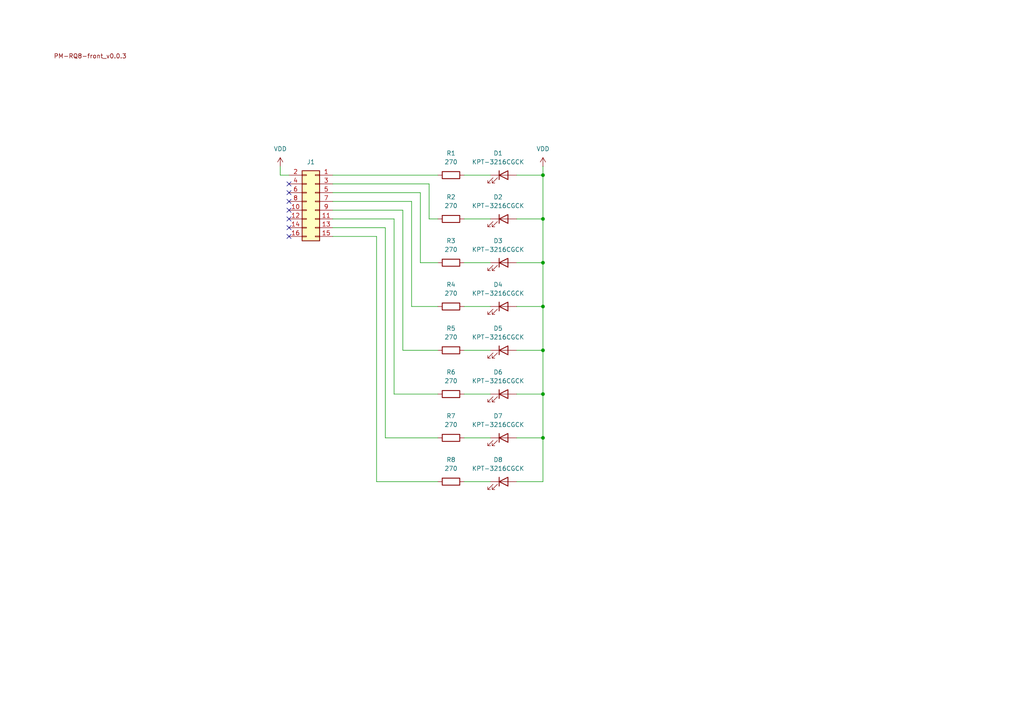
<source format=kicad_sch>
(kicad_sch (version 20231120) (generator "eeschema") (generator_version "8.0")
  (paper "A4")
  (title_block (title "Модуль PM-RQ8-front"))
  (lib_symbols
    (symbol "kicad_inventree_lib:Kingbright_KPT-3216CGCK" (pin_numbers hide) (pin_names (offset 1.016) hide)
      (property "Reference" "D" (at 0 2.54 0))
      (property "Value" "KPT-3216CGCK" (at 0 -2.54 0))
      (symbol "Kingbright_KPT-3216CGCK_0_1"
        (polyline (pts (xy -1.27 -1.27) (xy -1.27 1.27)) (stroke (width 0.254)))
        (polyline (pts (xy -1.27 0) (xy 1.27 0)))
        (polyline (pts (xy 1.27 -1.27) (xy 1.27 1.27) (xy -1.27 0) (xy 1.27 -1.27)) (stroke (width 0.254)))
        (polyline (pts (xy -3.048 -0.762) (xy -4.572 -2.286) (xy -3.81 -2.286) (xy -4.572 -2.286) (xy -4.572 -1.524)))
        (polyline (pts (xy -1.778 -0.762) (xy -3.302 -2.286) (xy -2.54 -2.286) (xy -3.302 -2.286) (xy -3.302 -1.524)))
      )
      (symbol "Kingbright_KPT-3216CGCK_1_1"
        (pin passive line (at -3.81 0 0) (length 2.54) (name "K") (number "1"))
        (pin passive line (at 3.81 0 180) (length 2.54) (name "A") (number "2"))
      )
    )
    (symbol "kicad_inventree_lib:PCB_PM-RQ8-front_v0.0.3" (on_board no)
      (symbol "PCB_PM-RQ8-front_v0.0.3_1_1"
        (text "PM-RQ8-front_v0.0.3" (at -0.508 -2.286 0) (effects (font (size 1.27 1.27))))
      )
    )
    (symbol "kicad_inventree_lib:PinHeader P2.54 02x08 SMD Straight" (pin_names (offset 1.016) hide)
      (property "Reference" "J" (at 1.27 10.16 0))
      (property "Value" "PinHeader P2.54 02x08 SMD Straight" (at 1.27 -12.7 0))
      (property "part_ipn" "PinHeader P2.54 02x08 SMD Straight" (at 0 0 0))
      (symbol "PinHeader P2.54 02x08 SMD Straight_1_1"
        (rectangle (start -1.27 -10.033) (end 0 -10.287) (stroke (width 0.1524)))
        (rectangle (start -1.27 -7.493) (end 0 -7.747) (stroke (width 0.1524)))
        (rectangle (start -1.27 -4.953) (end 0 -5.207) (stroke (width 0.1524)))
        (rectangle (start -1.27 -2.413) (end 0 -2.667) (stroke (width 0.1524)))
        (rectangle (start -1.27 0.127) (end 0 -0.127) (stroke (width 0.1524)))
        (rectangle (start -1.27 2.667) (end 0 2.413) (stroke (width 0.1524)))
        (rectangle (start -1.27 5.207) (end 0 4.953) (stroke (width 0.1524)))
        (rectangle (start -1.27 7.747) (end 0 7.493) (stroke (width 0.1524)))
        (rectangle (start -1.27 8.89) (end 3.81 -11.43) (stroke (width 0.254)) (fill (type background)))
        (rectangle (start 3.81 -10.033) (end 2.54 -10.287) (stroke (width 0.1524)))
        (rectangle (start 3.81 -7.493) (end 2.54 -7.747) (stroke (width 0.1524)))
        (rectangle (start 3.81 -4.953) (end 2.54 -5.207) (stroke (width 0.1524)))
        (rectangle (start 3.81 -2.413) (end 2.54 -2.667) (stroke (width 0.1524)))
        (rectangle (start 3.81 0.127) (end 2.54 -0.127) (stroke (width 0.1524)))
        (rectangle (start 3.81 2.667) (end 2.54 2.413) (stroke (width 0.1524)))
        (rectangle (start 3.81 5.207) (end 2.54 4.953) (stroke (width 0.1524)))
        (rectangle (start 3.81 7.747) (end 2.54 7.493) (stroke (width 0.1524)))
        (pin passive line (at -5.08 7.62 0) (length 3.81) (name "Pin_1") (number "1"))
        (pin passive line (at 7.62 -2.54 180) (length 3.81) (name "Pin_10") (number "10"))
        (pin passive line (at -5.08 -5.08 0) (length 3.81) (name "Pin_11") (number "11"))
        (pin passive line (at 7.62 -5.08 180) (length 3.81) (name "Pin_12") (number "12"))
        (pin passive line (at -5.08 -7.62 0) (length 3.81) (name "Pin_13") (number "13"))
        (pin passive line (at 7.62 -7.62 180) (length 3.81) (name "Pin_14") (number "14"))
        (pin passive line (at -5.08 -10.16 0) (length 3.81) (name "Pin_15") (number "15"))
        (pin passive line (at 7.62 -10.16 180) (length 3.81) (name "Pin_16") (number "16"))
        (pin passive line (at 7.62 7.62 180) (length 3.81) (name "Pin_2") (number "2"))
        (pin passive line (at -5.08 5.08 0) (length 3.81) (name "Pin_3") (number "3"))
        (pin passive line (at 7.62 5.08 180) (length 3.81) (name "Pin_4") (number "4"))
        (pin passive line (at -5.08 2.54 0) (length 3.81) (name "Pin_5") (number "5"))
        (pin passive line (at 7.62 2.54 180) (length 3.81) (name "Pin_6") (number "6"))
        (pin passive line (at -5.08 0 0) (length 3.81) (name "Pin_7") (number "7"))
        (pin passive line (at 7.62 0 180) (length 3.81) (name "Pin_8") (number "8"))
        (pin passive line (at -5.08 -2.54 0) (length 3.81) (name "Pin_9") (number "9"))
      )
    )
    (symbol "kicad_inventree_lib:R_270_1206_1%" (pin_numbers hide) (pin_names (offset 0))
      (property "Reference" "R" (at 2.032 0 90))
      (property "Value" "270" (at 0 0 90))
      (symbol "R_270_1206_1%_0_1"
        (rectangle (start -1.016 -2.54) (end 1.016 2.54) (stroke (width 0.254)))
      )
      (symbol "R_270_1206_1%_1_1"
        (pin passive line (at 0 3.81 270) (length 1.27) (name "~") (number "1"))
        (pin passive line (at 0 -3.81 90) (length 1.27) (name "~") (number "2"))
      )
    )
    (symbol "power:VDD" (power) (pin_numbers hide) (pin_names (offset 0) hide)
      (property "Value" "VDD" (at 0 3.556 0))
      (symbol "VDD_0_1"
        (polyline (pts (xy -0.762 1.27) (xy 0 2.54)))
        (polyline (pts (xy 0 0) (xy 0 2.54)))
        (polyline (pts (xy 0 2.54) (xy 0.762 1.27)))
      )
      (symbol "VDD_1_1"
        (pin power_in line (at 0 0 90) (length 0) (name "~") (number "1"))
      )
    )
  )
  (junction (at 157.48 63.5))
  (junction (at 157.48 127))
  (junction (at 157.48 101.6))
  (junction (at 157.48 50.8))
  (junction (at 157.48 76.2))
  (junction (at 157.48 114.3))
  (junction (at 157.48 88.9))
  (no_connect (at 83.82 68.58))
  (no_connect (at 83.82 58.42))
  (no_connect (at 83.82 60.96))
  (no_connect (at 83.82 66.04))
  (no_connect (at 83.82 55.88))
  (no_connect (at 83.82 53.34))
  (no_connect (at 83.82 63.5))
  (wire (pts (xy 157.48 101.6) (xy 157.48 88.9)))
  (wire (pts (xy 119.38 58.42) (xy 119.38 88.9)))
  (wire (pts (xy 142.24 101.6) (xy 134.62 101.6)))
  (wire (pts (xy 81.28 50.8) (xy 81.28 48.26)))
  (wire (pts (xy 109.22 139.7) (xy 127 139.7)))
  (wire (pts (xy 157.48 127) (xy 157.48 114.3)))
  (wire (pts (xy 96.52 55.88) (xy 121.92 55.88)))
  (wire (pts (xy 157.48 50.8) (xy 157.48 63.5)))
  (wire (pts (xy 157.48 50.8) (xy 149.86 50.8)))
  (wire (pts (xy 114.3 63.5) (xy 114.3 114.3)))
  (wire (pts (xy 96.52 50.8) (xy 127 50.8)))
  (wire (pts (xy 127 63.5) (xy 124.46 63.5)))
  (wire (pts (xy 124.46 53.34) (xy 96.52 53.34)))
  (wire (pts (xy 111.76 66.04) (xy 96.52 66.04)))
  (wire (pts (xy 157.48 139.7) (xy 157.48 127)))
  (wire (pts (xy 114.3 114.3) (xy 127 114.3)))
  (wire (pts (xy 111.76 127) (xy 111.76 66.04)))
  (wire (pts (xy 96.52 63.5) (xy 114.3 63.5)))
  (wire (pts (xy 157.48 48.26) (xy 157.48 50.8)))
  (wire (pts (xy 149.86 88.9) (xy 157.48 88.9)))
  (wire (pts (xy 149.86 76.2) (xy 157.48 76.2)))
  (wire (pts (xy 119.38 88.9) (xy 127 88.9)))
  (wire (pts (xy 124.46 53.34) (xy 124.46 63.5)))
  (wire (pts (xy 149.86 63.5) (xy 157.48 63.5)))
  (wire (pts (xy 127 76.2) (xy 121.92 76.2)))
  (wire (pts (xy 134.62 139.7) (xy 142.24 139.7)))
  (wire (pts (xy 149.86 114.3) (xy 157.48 114.3)))
  (wire (pts (xy 121.92 76.2) (xy 121.92 55.88)))
  (wire (pts (xy 149.86 127) (xy 157.48 127)))
  (wire (pts (xy 83.82 50.8) (xy 81.28 50.8)))
  (wire (pts (xy 134.62 50.8) (xy 142.24 50.8)))
  (wire (pts (xy 134.62 63.5) (xy 142.24 63.5)))
  (wire (pts (xy 157.48 76.2) (xy 157.48 88.9)))
  (wire (pts (xy 157.48 63.5) (xy 157.48 76.2)))
  (wire (pts (xy 134.62 76.2) (xy 142.24 76.2)))
  (wire (pts (xy 116.84 101.6) (xy 116.84 60.96)))
  (wire (pts (xy 109.22 68.58) (xy 109.22 139.7)))
  (wire (pts (xy 127 127) (xy 111.76 127)))
  (wire (pts (xy 157.48 114.3) (xy 157.48 101.6)))
  (wire (pts (xy 116.84 60.96) (xy 96.52 60.96)))
  (wire (pts (xy 134.62 88.9) (xy 142.24 88.9)))
  (wire (pts (xy 149.86 139.7) (xy 157.48 139.7)))
  (wire (pts (xy 142.24 127) (xy 134.62 127)))
  (wire (pts (xy 134.62 114.3) (xy 142.24 114.3)))
  (wire (pts (xy 96.52 58.42) (xy 119.38 58.42)))
  (wire (pts (xy 127 101.6) (xy 116.84 101.6)))
  (wire (pts (xy 96.52 68.58) (xy 109.22 68.58)))
  (wire (pts (xy 149.86 101.6) (xy 157.48 101.6)))
  (symbol (lib_id "kicad_inventree_lib:R_270_1206_1%") (at 130.81 101.6 90) (unit 1)
    (property "Reference" "R5" (at 130.81 95.25 90))
    (property "Value" "270" (at 130.81 97.79 90))
    (property "Footprint" "Resistor_SMD:R_1206_3216Metric_Pad1.30x1.75mm_HandSolder" (effects (hide yes)))
    (property "Datasheet" "https://www.hqonline.com/product-detail/chip-resistors-fojan-frc2512f1101ts-2500371841" (effects (hide yes)))
    (property "Description" "Resistor" (effects (hide yes)))
    (property "NextPCB_price" "0.00289" (effects (hide yes)))
    (property "NextPCB_url" "https://www.hqonline.com/product-detail/chip-resistors-ralec-rtt062700ftp-2500346938" (effects (hide yes)))
    (property "part_ipn" "R_270_1206_1%" (effects (hide yes)))
  )
  (symbol (lib_id "kicad_inventree_lib:Kingbright_KPT-3216CGCK") (at 146.05 88.9 0) (unit 1)
    (property "Reference" "D4" (at 144.4625 82.55 0))
    (property "Value" "KPT-3216CGCK" (at 144.4625 85.09 0))
    (property "Footprint" "NextPCB:Kingbright_KPT-3216CGCK" (effects (hide yes)))
    (property "Datasheet" "http://inventree.network/part/35/" (effects (hide yes)))
    (property "Description" "Light emitting diode" (effects (hide yes)))
    (property "Manufacturer" "Kingbright" (effects (hide yes)))
    (property "NextPCB_price" "0.15788" (effects (hide yes)))
    (property "NextPCB_url" "https://www.hqonline.com/product-detail/kingbright-kpt-3216cgck-1028061232" (effects (hide yes)))
    (property "part_ipn" "KPT-3216CGCK" (effects (hide yes)))
  )
  (symbol (lib_id "kicad_inventree_lib:Kingbright_KPT-3216CGCK") (at 146.05 139.7 0) (unit 1)
    (property "Reference" "D8" (at 144.4625 133.35 0))
    (property "Value" "KPT-3216CGCK" (at 144.4625 135.89 0))
    (property "Footprint" "NextPCB:Kingbright_KPT-3216CGCK" (effects (hide yes)))
    (property "Datasheet" "http://inventree.network/part/35/" (effects (hide yes)))
    (property "Description" "Light emitting diode" (effects (hide yes)))
    (property "Manufacturer" "Kingbright" (effects (hide yes)))
    (property "NextPCB_price" "0.15788" (effects (hide yes)))
    (property "NextPCB_url" "https://www.hqonline.com/product-detail/kingbright-kpt-3216cgck-1028061232" (effects (hide yes)))
    (property "part_ipn" "KPT-3216CGCK" (effects (hide yes)))
  )
  (symbol (lib_id "power:VDD") (at 81.28 48.26 0) (unit 1)
    (property "Reference" "#PWR02" (effects (hide yes)))
    (property "Value" "VDD" (at 81.28 43.18 0))
    (property "Description" "Power symbol creates a global label with name \"VDD\"" (effects (hide yes)))
  )
  (symbol (lib_id "kicad_inventree_lib:R_270_1206_1%") (at 130.81 127 90) (unit 1)
    (property "Reference" "R7" (at 130.81 120.65 90))
    (property "Value" "270" (at 130.81 123.19 90))
    (property "Footprint" "Resistor_SMD:R_1206_3216Metric_Pad1.30x1.75mm_HandSolder" (effects (hide yes)))
    (property "Datasheet" "https://www.hqonline.com/product-detail/chip-resistors-fojan-frc2512f1101ts-2500371841" (effects (hide yes)))
    (property "Description" "Resistor" (effects (hide yes)))
    (property "NextPCB_price" "0.00289" (effects (hide yes)))
    (property "NextPCB_url" "https://www.hqonline.com/product-detail/chip-resistors-ralec-rtt062700ftp-2500346938" (effects (hide yes)))
    (property "part_ipn" "R_270_1206_1%" (effects (hide yes)))
  )
  (symbol (lib_id "kicad_inventree_lib:PinHeader P2.54 02x08 SMD Straight") (at 91.44 58.42 0) (mirror y) (unit 1)
    (property "Reference" "J1" (at 90.17 46.99 0))
    (property "Value" "PinHeader P2.54 02x08 SMD Straight" (effects (hide yes)))
    (property "Footprint" "Connector_PinHeader_2.54mm:PinHeader_2x08_P2.54mm_Vertical_SMD" (effects (hide yes)))
    (property "Datasheet" "http://inventree.network/part/40/" (effects (hide yes)))
    (property "Description" "Generic connector, double row, 02x08, odd/even pin numbering scheme (row 1 odd numbers, row 2 even numbers), script generated (kicad-library-utils/schlib/autogen/connector/)" (effects (hide yes)))
    (property "part_ipn" "PinHeader P2.54 02x08 SMD Straight" (effects (hide yes)))
  )
  (symbol (lib_id "kicad_inventree_lib:Kingbright_KPT-3216CGCK") (at 146.05 127 0) (unit 1)
    (property "Reference" "D7" (at 144.4625 120.65 0))
    (property "Value" "KPT-3216CGCK" (at 144.4625 123.19 0))
    (property "Footprint" "NextPCB:Kingbright_KPT-3216CGCK" (effects (hide yes)))
    (property "Datasheet" "http://inventree.network/part/35/" (effects (hide yes)))
    (property "Description" "Light emitting diode" (effects (hide yes)))
    (property "Manufacturer" "Kingbright" (effects (hide yes)))
    (property "NextPCB_price" "0.15788" (effects (hide yes)))
    (property "NextPCB_url" "https://www.hqonline.com/product-detail/kingbright-kpt-3216cgck-1028061232" (effects (hide yes)))
    (property "part_ipn" "KPT-3216CGCK" (effects (hide yes)))
  )
  (symbol (lib_id "kicad_inventree_lib:R_270_1206_1%") (at 130.81 76.2 90) (unit 1)
    (property "Reference" "R3" (at 130.81 69.85 90))
    (property "Value" "270" (at 130.81 72.39 90))
    (property "Footprint" "Resistor_SMD:R_1206_3216Metric_Pad1.30x1.75mm_HandSolder" (effects (hide yes)))
    (property "Datasheet" "https://www.hqonline.com/product-detail/chip-resistors-fojan-frc2512f1101ts-2500371841" (effects (hide yes)))
    (property "Description" "Resistor" (effects (hide yes)))
    (property "NextPCB_price" "0.00289" (effects (hide yes)))
    (property "NextPCB_url" "https://www.hqonline.com/product-detail/chip-resistors-ralec-rtt062700ftp-2500346938" (effects (hide yes)))
    (property "part_ipn" "R_270_1206_1%" (effects (hide yes)))
  )
  (symbol (lib_id "kicad_inventree_lib:R_270_1206_1%") (at 130.81 139.7 90) (unit 1)
    (property "Reference" "R8" (at 130.81 133.35 90))
    (property "Value" "270" (at 130.81 135.89 90))
    (property "Footprint" "Resistor_SMD:R_1206_3216Metric_Pad1.30x1.75mm_HandSolder" (effects (hide yes)))
    (property "Datasheet" "https://www.hqonline.com/product-detail/chip-resistors-fojan-frc2512f1101ts-2500371841" (effects (hide yes)))
    (property "Description" "Resistor" (effects (hide yes)))
    (property "NextPCB_price" "0.00289" (effects (hide yes)))
    (property "NextPCB_url" "https://www.hqonline.com/product-detail/chip-resistors-ralec-rtt062700ftp-2500346938" (effects (hide yes)))
    (property "part_ipn" "R_270_1206_1%" (effects (hide yes)))
  )
  (symbol (lib_id "kicad_inventree_lib:Kingbright_KPT-3216CGCK") (at 146.05 76.2 0) (unit 1)
    (property "Reference" "D3" (at 144.4625 69.85 0))
    (property "Value" "KPT-3216CGCK" (at 144.4625 72.39 0))
    (property "Footprint" "NextPCB:Kingbright_KPT-3216CGCK" (effects (hide yes)))
    (property "Datasheet" "http://inventree.network/part/35/" (effects (hide yes)))
    (property "Description" "Light emitting diode" (effects (hide yes)))
    (property "Manufacturer" "Kingbright" (effects (hide yes)))
    (property "NextPCB_price" "0.15788" (effects (hide yes)))
    (property "NextPCB_url" "https://www.hqonline.com/product-detail/kingbright-kpt-3216cgck-1028061232" (effects (hide yes)))
    (property "part_ipn" "KPT-3216CGCK" (effects (hide yes)))
  )
  (symbol (lib_id "kicad_inventree_lib:R_270_1206_1%") (at 130.81 114.3 90) (unit 1)
    (property "Reference" "R6" (at 130.81 107.95 90))
    (property "Value" "270" (at 130.81 110.49 90))
    (property "Footprint" "Resistor_SMD:R_1206_3216Metric_Pad1.30x1.75mm_HandSolder" (effects (hide yes)))
    (property "Datasheet" "https://www.hqonline.com/product-detail/chip-resistors-fojan-frc2512f1101ts-2500371841" (effects (hide yes)))
    (property "Description" "Resistor" (effects (hide yes)))
    (property "NextPCB_price" "0.00289" (effects (hide yes)))
    (property "NextPCB_url" "https://www.hqonline.com/product-detail/chip-resistors-ralec-rtt062700ftp-2500346938" (effects (hide yes)))
    (property "part_ipn" "R_270_1206_1%" (effects (hide yes)))
  )
  (symbol (lib_id "kicad_inventree_lib:Kingbright_KPT-3216CGCK") (at 146.05 114.3 0) (unit 1)
    (property "Reference" "D6" (at 144.4625 107.95 0))
    (property "Value" "KPT-3216CGCK" (at 144.4625 110.49 0))
    (property "Footprint" "NextPCB:Kingbright_KPT-3216CGCK" (effects (hide yes)))
    (property "Datasheet" "http://inventree.network/part/35/" (effects (hide yes)))
    (property "Description" "Light emitting diode" (effects (hide yes)))
    (property "Manufacturer" "Kingbright" (effects (hide yes)))
    (property "NextPCB_price" "0.15788" (effects (hide yes)))
    (property "NextPCB_url" "https://www.hqonline.com/product-detail/kingbright-kpt-3216cgck-1028061232" (effects (hide yes)))
    (property "part_ipn" "KPT-3216CGCK" (effects (hide yes)))
  )
  (symbol (lib_id "kicad_inventree_lib:Kingbright_KPT-3216CGCK") (at 146.05 63.5 0) (unit 1)
    (property "Reference" "D2" (at 144.4625 57.15 0))
    (property "Value" "KPT-3216CGCK" (at 144.4625 59.69 0))
    (property "Footprint" "NextPCB:Kingbright_KPT-3216CGCK" (effects (hide yes)))
    (property "Datasheet" "http://inventree.network/part/35/" (effects (hide yes)))
    (property "Description" "Light emitting diode" (effects (hide yes)))
    (property "Manufacturer" "Kingbright" (effects (hide yes)))
    (property "NextPCB_price" "0.15788" (effects (hide yes)))
    (property "NextPCB_url" "https://www.hqonline.com/product-detail/kingbright-kpt-3216cgck-1028061232" (effects (hide yes)))
    (property "part_ipn" "KPT-3216CGCK" (effects (hide yes)))
  )
  (symbol (lib_id "kicad_inventree_lib:Kingbright_KPT-3216CGCK") (at 146.05 50.8 0) (unit 1)
    (property "Reference" "D1" (at 144.4625 44.45 0))
    (property "Value" "KPT-3216CGCK" (at 144.4625 46.99 0))
    (property "Footprint" "NextPCB:Kingbright_KPT-3216CGCK" (effects (hide yes)))
    (property "Datasheet" "http://inventree.network/part/35/" (effects (hide yes)))
    (property "Description" "Light emitting diode" (effects (hide yes)))
    (property "Manufacturer" "Kingbright" (effects (hide yes)))
    (property "NextPCB_price" "0.15788" (effects (hide yes)))
    (property "NextPCB_url" "https://www.hqonline.com/product-detail/kingbright-kpt-3216cgck-1028061232" (effects (hide yes)))
    (property "part_ipn" "KPT-3216CGCK" (effects (hide yes)))
  )
  (symbol (lib_id "kicad_inventree_lib:R_270_1206_1%") (at 130.81 50.8 90) (unit 1)
    (property "Reference" "R1" (at 130.81 44.45 90))
    (property "Value" "270" (at 130.81 46.99 90))
    (property "Footprint" "Resistor_SMD:R_1206_3216Metric_Pad1.30x1.75mm_HandSolder" (effects (hide yes)))
    (property "Datasheet" "https://www.hqonline.com/product-detail/chip-resistors-fojan-frc2512f1101ts-2500371841" (effects (hide yes)))
    (property "Description" "Resistor" (effects (hide yes)))
    (property "NextPCB_price" "0.00289" (effects (hide yes)))
    (property "NextPCB_url" "https://www.hqonline.com/product-detail/chip-resistors-ralec-rtt062700ftp-2500346938" (effects (hide yes)))
    (property "part_ipn" "R_270_1206_1%" (effects (hide yes)))
  )
  (symbol (lib_id "kicad_inventree_lib:PCB_PM-RQ8-front_v0.0.3") (at 26.67 13.97 0) (unit 1) (on_board no)
    (property "Reference" "PCB1" (effects (hide yes)))
    (property "Datasheet" "http://inventree.network/part/36/" (effects (hide yes)))
    (property "part_ipn" "PCB_PM-RQ8-front_v0.0.3" (effects (hide yes)))
  )
  (symbol (lib_id "kicad_inventree_lib:Kingbright_KPT-3216CGCK") (at 146.05 101.6 0) (unit 1)
    (property "Reference" "D5" (at 144.4625 95.25 0))
    (property "Value" "KPT-3216CGCK" (at 144.4625 97.79 0))
    (property "Footprint" "NextPCB:Kingbright_KPT-3216CGCK" (effects (hide yes)))
    (property "Datasheet" "http://inventree.network/part/35/" (effects (hide yes)))
    (property "Description" "Light emitting diode" (effects (hide yes)))
    (property "Manufacturer" "Kingbright" (effects (hide yes)))
    (property "NextPCB_price" "0.15788" (effects (hide yes)))
    (property "NextPCB_url" "https://www.hqonline.com/product-detail/kingbright-kpt-3216cgck-1028061232" (effects (hide yes)))
    (property "part_ipn" "KPT-3216CGCK" (effects (hide yes)))
  )
  (symbol (lib_id "power:VDD") (at 157.48 48.26 0) (unit 1)
    (property "Reference" "#PWR01" (effects (hide yes)))
    (property "Value" "VDD" (at 157.48 43.18 0))
    (property "Description" "Power symbol creates a global label with name \"VDD\"" (effects (hide yes)))
  )
  (symbol (lib_id "kicad_inventree_lib:R_270_1206_1%") (at 130.81 63.5 90) (unit 1)
    (property "Reference" "R2" (at 130.81 57.15 90))
    (property "Value" "270" (at 130.81 59.69 90))
    (property "Footprint" "Resistor_SMD:R_1206_3216Metric_Pad1.30x1.75mm_HandSolder" (effects (hide yes)))
    (property "Datasheet" "https://www.hqonline.com/product-detail/chip-resistors-fojan-frc2512f1101ts-2500371841" (effects (hide yes)))
    (property "Description" "Resistor" (effects (hide yes)))
    (property "NextPCB_price" "0.00289" (effects (hide yes)))
    (property "NextPCB_url" "https://www.hqonline.com/product-detail/chip-resistors-ralec-rtt062700ftp-2500346938" (effects (hide yes)))
    (property "part_ipn" "R_270_1206_1%" (effects (hide yes)))
  )
  (symbol (lib_id "kicad_inventree_lib:R_270_1206_1%") (at 130.81 88.9 90) (unit 1)
    (property "Reference" "R4" (at 130.81 82.55 90))
    (property "Value" "270" (at 130.81 85.09 90))
    (property "Footprint" "Resistor_SMD:R_1206_3216Metric_Pad1.30x1.75mm_HandSolder" (effects (hide yes)))
    (property "Datasheet" "https://www.hqonline.com/product-detail/chip-resistors-fojan-frc2512f1101ts-2500371841" (effects (hide yes)))
    (property "Description" "Resistor" (effects (hide yes)))
    (property "NextPCB_price" "0.00289" (effects (hide yes)))
    (property "NextPCB_url" "https://www.hqonline.com/product-detail/chip-resistors-ralec-rtt062700ftp-2500346938" (effects (hide yes)))
    (property "part_ipn" "R_270_1206_1%" (effects (hide yes)))
  )
)
</source>
